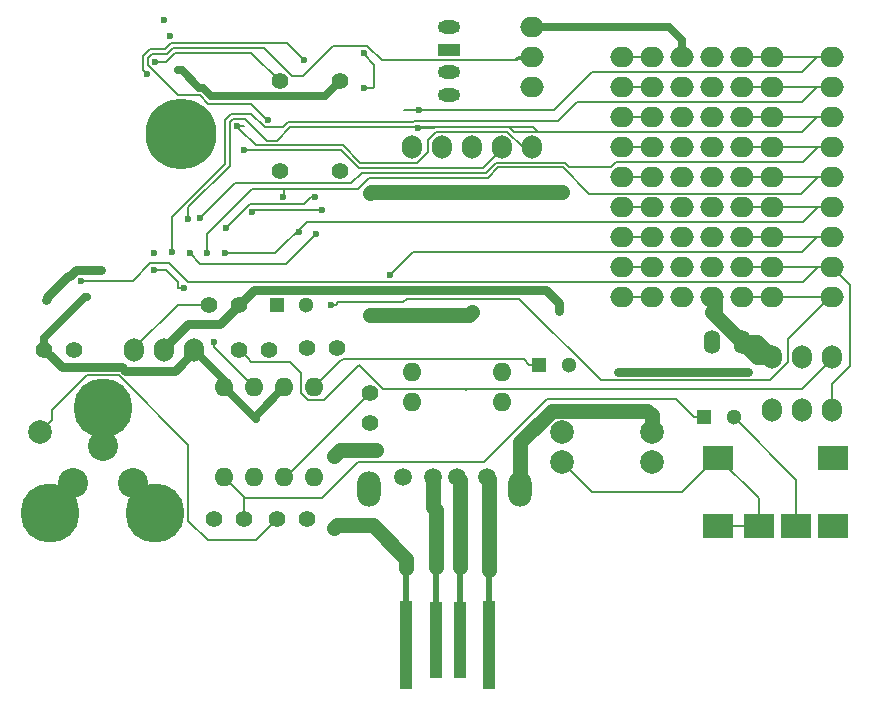
<source format=gbr>
G04 #@! TF.FileFunction,Copper,L2,Bot,Signal*
%FSLAX46Y46*%
G04 Gerber Fmt 4.6, Leading zero omitted, Abs format (unit mm)*
G04 Created by KiCad (PCBNEW 4.0.2+dfsg1-stable) date 2016年07月15日 17時34分00秒*
%MOMM*%
G01*
G04 APERTURE LIST*
%ADD10C,0.100000*%
%ADD11O,1.905000X1.117600*%
%ADD12R,1.905000X1.117600*%
%ADD13O,2.000000X1.700000*%
%ADD14O,1.700000X2.000000*%
%ADD15C,1.998980*%
%ADD16C,1.501140*%
%ADD17O,2.000000X3.000000*%
%ADD18O,1.400000X2.000000*%
%ADD19C,2.000000*%
%ADD20C,6.000000*%
%ADD21O,1.600000X1.600000*%
%ADD22R,2.500000X2.000000*%
%ADD23R,1.000000X7.410000*%
%ADD24R,1.000000X6.410000*%
%ADD25C,1.397000*%
%ADD26C,5.000000*%
%ADD27C,2.540000*%
%ADD28R,1.300000X1.300000*%
%ADD29C,1.300000*%
%ADD30C,0.600000*%
%ADD31C,0.203200*%
%ADD32C,0.762000*%
%ADD33C,0.635000*%
%ADD34C,1.270000*%
%ADD35C,0.508000*%
G04 APERTURE END LIST*
D10*
D11*
X173355000Y-95250000D03*
D12*
X173355000Y-97155000D03*
D11*
X173355000Y-99060000D03*
X173355000Y-100965000D03*
D13*
X180340000Y-95250000D03*
X180340000Y-97790000D03*
X180340000Y-100330000D03*
D14*
X151765000Y-122555000D03*
X149225000Y-122555000D03*
X146685000Y-122555000D03*
X170180000Y-105410000D03*
X175260000Y-105410000D03*
X172720000Y-105410000D03*
X177800000Y-105410000D03*
X180340000Y-105410000D03*
D15*
X138684000Y-129540000D03*
D16*
X176530860Y-133347880D03*
X173990860Y-133347880D03*
X171958860Y-133347880D03*
X169418860Y-133347880D03*
D17*
X179318000Y-134380000D03*
X166518000Y-134380000D03*
D14*
X200660000Y-127635000D03*
X203200000Y-127635000D03*
X205740000Y-127635000D03*
X200660000Y-123190000D03*
X203200000Y-123190000D03*
X205740000Y-123190000D03*
D18*
X195580000Y-121920000D03*
X198120000Y-121920000D03*
D19*
X182890160Y-132080000D03*
X190489840Y-132080000D03*
D20*
X150660000Y-104310000D03*
D21*
X161925000Y-125730000D03*
X159385000Y-125730000D03*
X156845000Y-125730000D03*
X154305000Y-125730000D03*
X154305000Y-133350000D03*
X156845000Y-133350000D03*
X159385000Y-133350000D03*
X161925000Y-133350000D03*
D22*
X196145000Y-131720000D03*
X205845000Y-131720000D03*
X199545000Y-137520000D03*
X196145000Y-137520000D03*
X205845000Y-137520000D03*
X202745000Y-137520000D03*
D23*
X176728000Y-147592000D03*
D24*
X174228000Y-147092000D03*
X172228000Y-147092000D03*
D23*
X169728000Y-147592000D03*
D25*
X153035000Y-118745000D03*
X155575000Y-118745000D03*
X153416000Y-136906000D03*
X155956000Y-136906000D03*
X158750000Y-136906000D03*
X161290000Y-136906000D03*
X166624000Y-128778000D03*
X166624000Y-126238000D03*
X161290000Y-122428000D03*
X163830000Y-122428000D03*
X155575000Y-122555000D03*
X158115000Y-122555000D03*
X139065000Y-122555000D03*
X141605000Y-122555000D03*
D21*
X177800000Y-127000000D03*
X177800000Y-124460000D03*
X170180000Y-124460000D03*
X170180000Y-127000000D03*
D19*
X182890160Y-129540000D03*
X190489840Y-129540000D03*
D26*
X139573000Y-136398000D03*
X144018000Y-127508000D03*
X148463000Y-136398000D03*
D27*
X141478000Y-133858000D03*
X144018000Y-130683000D03*
X146558000Y-133858000D03*
D25*
X164084000Y-107442000D03*
X159004000Y-107442000D03*
X164084000Y-99822000D03*
X159004000Y-99822000D03*
D28*
X194945000Y-128270000D03*
D29*
X197445000Y-128270000D03*
X183475000Y-123825000D03*
D28*
X180975000Y-123825000D03*
D13*
X205740000Y-97790000D03*
X205740000Y-107950000D03*
X205740000Y-105410000D03*
X205740000Y-100330000D03*
X205740000Y-102870000D03*
X205740000Y-113030000D03*
X205740000Y-110490000D03*
X205740000Y-115570000D03*
X205740000Y-118110000D03*
X198120000Y-97790000D03*
X198120000Y-107950000D03*
X198120000Y-105410000D03*
X198120000Y-100330000D03*
X198120000Y-102870000D03*
X198120000Y-113030000D03*
X198120000Y-110490000D03*
X198120000Y-115570000D03*
X198120000Y-118110000D03*
X193040000Y-118110000D03*
X193040000Y-107950000D03*
X193040000Y-110490000D03*
X193040000Y-115570000D03*
X193040000Y-113030000D03*
X193040000Y-102870000D03*
X193040000Y-105410000D03*
X193040000Y-100330000D03*
X193040000Y-97790000D03*
X195580000Y-118110000D03*
X195580000Y-107950000D03*
X195580000Y-110490000D03*
X195580000Y-115570000D03*
X195580000Y-113030000D03*
X195580000Y-102870000D03*
X195580000Y-105410000D03*
X195580000Y-100330000D03*
X195580000Y-97790000D03*
X200660000Y-97790000D03*
X200660000Y-107950000D03*
X200660000Y-105410000D03*
X200660000Y-100330000D03*
X200660000Y-102870000D03*
X200660000Y-113030000D03*
X200660000Y-110490000D03*
X200660000Y-115570000D03*
X200660000Y-118110000D03*
X187960000Y-118110000D03*
X187960000Y-107950000D03*
X187960000Y-110490000D03*
X187960000Y-115570000D03*
X187960000Y-113030000D03*
X187960000Y-102870000D03*
X187960000Y-105410000D03*
X187960000Y-100330000D03*
X187960000Y-97790000D03*
X190500000Y-118110000D03*
X190500000Y-107950000D03*
X190500000Y-110490000D03*
X190500000Y-115570000D03*
X190500000Y-113030000D03*
X190500000Y-102870000D03*
X190500000Y-105410000D03*
X190500000Y-100330000D03*
X190500000Y-97790000D03*
D28*
X158750000Y-118745000D03*
D29*
X161250000Y-118745000D03*
D30*
X156635409Y-110915409D03*
X139270000Y-118110000D03*
X143860000Y-115824000D03*
X182625000Y-119300000D03*
X155575000Y-118745000D03*
X162560000Y-110744000D03*
X150368000Y-98887000D03*
X170688000Y-109220000D03*
X142670000Y-118110000D03*
X166625000Y-109300000D03*
X182880000Y-109220000D03*
X157999169Y-103124000D03*
X163305689Y-118737020D03*
X147779995Y-99225523D03*
X161036000Y-98044000D03*
X148452926Y-98160926D03*
X155354398Y-103627152D03*
X187651580Y-124460000D03*
X198628000Y-124460000D03*
X163576000Y-131572000D03*
X163576000Y-137668000D03*
X167132000Y-131064000D03*
X175260000Y-119380000D03*
X166624000Y-119634000D03*
X142146380Y-116705020D03*
X149728447Y-96018855D03*
X149225000Y-94615000D03*
X161950000Y-109625000D03*
X154432000Y-112268000D03*
X161925000Y-125730000D03*
X155956000Y-105664000D03*
X151360000Y-114410000D03*
X162052000Y-112776000D03*
X170815000Y-102235000D03*
X152860000Y-114410000D03*
X159290000Y-109625000D03*
X152221647Y-111416466D03*
X149860000Y-114300000D03*
X148336000Y-115824000D03*
X150876000Y-117348000D03*
X153416000Y-121920000D03*
X170675150Y-103758702D03*
X148360000Y-114410000D03*
X151257000Y-111506000D03*
X168347610Y-116229768D03*
X166140000Y-97413781D03*
X166140000Y-100425000D03*
X154360000Y-114410000D03*
X160630000Y-112625000D03*
D31*
X156806818Y-110744000D02*
X156635409Y-110915409D01*
X162560000Y-110744000D02*
X156806818Y-110744000D01*
D32*
X139270000Y-118110000D02*
X139270000Y-118286000D01*
X139270000Y-118286000D02*
X139192000Y-118364000D01*
X141215518Y-116332000D02*
X141048000Y-116332000D01*
X141048000Y-116332000D02*
X139270000Y-118110000D01*
X143435717Y-115824019D02*
X141723499Y-115824019D01*
X143435736Y-115824000D02*
X143435717Y-115824019D01*
X143860000Y-115824000D02*
X143435736Y-115824000D01*
X141723499Y-115824019D02*
X141215518Y-116332000D01*
X181521999Y-117513999D02*
X182625000Y-118617000D01*
X182625000Y-118617000D02*
X182625000Y-119300000D01*
X155575000Y-118745000D02*
X156806001Y-117513999D01*
X156806001Y-117513999D02*
X181521999Y-117513999D01*
X151234000Y-120396000D02*
X153924000Y-120396000D01*
X153924000Y-120396000D02*
X155575000Y-118745000D01*
X149225000Y-122555000D02*
X149225000Y-122405000D01*
X149225000Y-122405000D02*
X151234000Y-120396000D01*
D33*
X193040000Y-97790000D02*
X193040000Y-96305000D01*
X193040000Y-96305000D02*
X191985000Y-95250000D01*
X191985000Y-95250000D02*
X181975000Y-95250000D01*
X181975000Y-95250000D02*
X180340000Y-95250000D01*
D34*
X195834000Y-119634000D02*
X195834000Y-118364000D01*
X195834000Y-118364000D02*
X195580000Y-118110000D01*
X198120000Y-121920000D02*
X199390000Y-121920000D01*
X199390000Y-121920000D02*
X200660000Y-123190000D01*
D32*
X151765000Y-122555000D02*
X151765000Y-122705000D01*
X150153000Y-124317000D02*
X145938727Y-124317000D01*
X151765000Y-122705000D02*
X150153000Y-124317000D01*
X145938727Y-124317000D02*
X145645515Y-124023788D01*
X145645515Y-124023788D02*
X140533788Y-124023788D01*
X139763499Y-123253499D02*
X139065000Y-122555000D01*
X140533788Y-124023788D02*
X139763499Y-123253499D01*
D33*
X150703000Y-98887000D02*
X150368000Y-98887000D01*
X152205288Y-100389288D02*
X150703000Y-98887000D01*
X152501213Y-100389288D02*
X152205288Y-100389288D01*
X162814000Y-101092000D02*
X153203924Y-101092000D01*
X153203924Y-101092000D02*
X152501213Y-100389288D01*
X164084000Y-99822000D02*
X162814000Y-101092000D01*
D34*
X166705000Y-109220000D02*
X170688000Y-109220000D01*
X170688000Y-109220000D02*
X182880000Y-109220000D01*
D33*
X139065000Y-121539000D02*
X142494000Y-118110000D01*
X142494000Y-118110000D02*
X142670000Y-118110000D01*
X139065000Y-122555000D02*
X139065000Y-121539000D01*
X154305000Y-125730000D02*
X154305000Y-125095000D01*
X154305000Y-125095000D02*
X151765000Y-122555000D01*
X156972000Y-128397000D02*
X156972000Y-128143000D01*
X156972000Y-128143000D02*
X159385000Y-125730000D01*
X154305000Y-125730000D02*
X156972000Y-128397000D01*
D34*
X190069052Y-127704999D02*
X182009359Y-127704999D01*
X179318000Y-131610000D02*
X179318000Y-134380000D01*
X190489840Y-128125787D02*
X190069052Y-127704999D01*
X190489840Y-129540000D02*
X190489840Y-128125787D01*
X182009359Y-127704999D02*
X179318000Y-130396358D01*
X179318000Y-130396358D02*
X179318000Y-131610000D01*
X200660000Y-123190000D02*
X199390000Y-123190000D01*
X199390000Y-123190000D02*
X195834000Y-119634000D01*
X195834000Y-119634000D02*
X195580000Y-119380000D01*
X166705000Y-109220000D02*
X166625000Y-109300000D01*
X176728000Y-141224000D02*
X176728000Y-133545020D01*
X176728000Y-133545020D02*
X176530860Y-133347880D01*
D35*
X176728000Y-147592000D02*
X176728000Y-141224000D01*
X176728000Y-141224000D02*
X176728000Y-141168000D01*
X176728000Y-141168000D02*
X176530000Y-140970000D01*
D31*
X149944540Y-97021680D02*
X149436540Y-97529680D01*
X166428769Y-96812180D02*
X163493970Y-96812180D01*
X150424844Y-101008399D02*
X152244769Y-101008399D01*
X152244769Y-101008399D02*
X152947481Y-101711111D01*
X147851325Y-98434880D02*
X150424844Y-101008399D01*
X157683830Y-97021680D02*
X149944540Y-97021680D01*
X148193802Y-97529680D02*
X147851325Y-97872157D01*
X160004101Y-99341951D02*
X157683830Y-97021680D01*
X163493970Y-96812180D02*
X160964199Y-99341951D01*
X167631990Y-98015401D02*
X166428769Y-96812180D01*
X178911399Y-98015401D02*
X167631990Y-98015401D01*
X157699170Y-102824001D02*
X157999169Y-103124000D01*
X147851325Y-97872157D02*
X147851325Y-98434880D01*
X160964199Y-99341951D02*
X160004101Y-99341951D01*
X152947481Y-101711111D02*
X156586280Y-101711111D01*
X156586280Y-101711111D02*
X157699170Y-102824001D01*
X149436540Y-97529680D02*
X148193802Y-97529680D01*
X178911399Y-98015401D02*
X180340000Y-97790000D01*
X179136800Y-97790000D02*
X178911399Y-98015401D01*
X180340000Y-97790000D02*
X179136800Y-97790000D01*
X169756336Y-118229020D02*
X169446747Y-118538609D01*
X202048390Y-121651610D02*
X202048390Y-123580232D01*
X205740000Y-118110000D02*
X205590000Y-118110000D01*
X163729953Y-118737020D02*
X163305689Y-118737020D01*
X179287390Y-118229020D02*
X169756336Y-118229020D01*
X186200981Y-125142611D02*
X179287390Y-118229020D01*
X202048390Y-123580232D02*
X200486011Y-125142611D01*
X200486011Y-125142611D02*
X186200981Y-125142611D01*
X205590000Y-118110000D02*
X202048390Y-121651610D01*
X169446747Y-118538609D02*
X163928364Y-118538609D01*
X163928364Y-118538609D02*
X163729953Y-118737020D01*
X147448114Y-98893642D02*
X147479996Y-98925524D01*
X149269525Y-97126469D02*
X148026786Y-97126470D01*
X147479996Y-98925524D02*
X147779995Y-99225523D01*
X161036000Y-98044000D02*
X159610470Y-96618470D01*
X147448114Y-97705142D02*
X147448114Y-98893642D01*
X148026786Y-97126470D02*
X147448114Y-97705142D01*
X159610470Y-96618470D02*
X149777524Y-96618470D01*
X149777524Y-96618470D02*
X149269525Y-97126469D01*
X200660000Y-118110000D02*
X205740000Y-118110000D01*
X198120000Y-118110000D02*
X200660000Y-118110000D01*
X148877190Y-98160926D02*
X148452926Y-98160926D01*
X156606890Y-97424890D02*
X150111556Y-97424890D01*
X149375520Y-98160926D02*
X148877190Y-98160926D01*
X150111556Y-97424890D02*
X149375520Y-98160926D01*
X159004000Y-99822000D02*
X156606890Y-97424890D01*
X165784986Y-106711610D02*
X164334165Y-105260789D01*
X156988035Y-105260789D02*
X155654397Y-103927151D01*
X174729465Y-104161913D02*
X173250535Y-104161913D01*
X173250535Y-104161913D02*
X173197012Y-104108390D01*
X155654397Y-103927151D02*
X155354398Y-103627152D01*
X170657012Y-106711610D02*
X165784986Y-106711610D01*
X177322988Y-104108390D02*
X177269465Y-104161913D01*
X171568390Y-105800232D02*
X170657012Y-106711610D01*
X164334165Y-105260789D02*
X156988035Y-105260789D01*
X172242988Y-104108390D02*
X171568390Y-104782988D01*
X171568390Y-104782988D02*
X171568390Y-105800232D01*
X173197012Y-104108390D02*
X172242988Y-104108390D01*
X178277012Y-104108390D02*
X177322988Y-104108390D01*
X174782988Y-104108390D02*
X174729465Y-104161913D01*
X177269465Y-104161913D02*
X175790535Y-104161913D01*
X179578622Y-105410000D02*
X178277012Y-104108390D01*
X180340000Y-105410000D02*
X179578622Y-105410000D01*
X175790535Y-104161913D02*
X175737012Y-104108390D01*
X175737012Y-104108390D02*
X174782988Y-104108390D01*
X155778662Y-103627152D02*
X155354398Y-103627152D01*
X155956000Y-103632000D02*
X155951152Y-103627152D01*
X155951152Y-103627152D02*
X155778662Y-103627152D01*
D34*
X166624000Y-119634000D02*
X175006000Y-119634000D01*
X175006000Y-119634000D02*
X175260000Y-119380000D01*
D32*
X198628000Y-124460000D02*
X187651580Y-124460000D01*
D34*
X164084000Y-131064000D02*
X167132000Y-131064000D01*
X163576000Y-131572000D02*
X164084000Y-131064000D01*
X163830000Y-137414000D02*
X165354000Y-137414000D01*
X163576000Y-137668000D02*
X163830000Y-137414000D01*
X169728000Y-141026000D02*
X169728000Y-140264000D01*
X166878000Y-137414000D02*
X165354000Y-137414000D01*
X169728000Y-140264000D02*
X166878000Y-137414000D01*
D35*
X169728000Y-147592000D02*
X169728000Y-141026000D01*
X169728000Y-141026000D02*
X169672000Y-140970000D01*
D31*
X139683489Y-127696141D02*
X139683489Y-128540511D01*
X142673231Y-124706399D02*
X139683489Y-127696141D01*
X151264601Y-130608231D02*
X145362769Y-124706399D01*
X145362769Y-124706399D02*
X142673231Y-124706399D01*
X151264601Y-137040601D02*
X151264601Y-130608231D01*
X156972000Y-138684000D02*
X152908000Y-138684000D01*
X139683489Y-128540511D02*
X138684000Y-129540000D01*
X152908000Y-138684000D02*
X151264601Y-137040601D01*
X158750000Y-136906000D02*
X156972000Y-138684000D01*
X196145000Y-131720000D02*
X195940000Y-131720000D01*
X195940000Y-131720000D02*
X193040000Y-134620000D01*
X185430160Y-134620000D02*
X182890160Y-132080000D01*
X193040000Y-134620000D02*
X185430160Y-134620000D01*
X196145000Y-137520000D02*
X199545000Y-137520000D01*
X199545000Y-137520000D02*
X199545000Y-135120000D01*
X199545000Y-135120000D02*
X196145000Y-131720000D01*
X142570644Y-116705020D02*
X142146380Y-116705020D01*
X146564608Y-116705020D02*
X142570644Y-116705020D01*
X148047230Y-115222398D02*
X146564608Y-116705020D01*
X149640768Y-115222398D02*
X148047230Y-115222398D01*
X181804745Y-116831388D02*
X151249758Y-116831388D01*
X181813357Y-116840000D02*
X181804745Y-116831388D01*
X203266800Y-116840000D02*
X181813357Y-116840000D01*
X205740000Y-115570000D02*
X204536800Y-115570000D01*
X204536800Y-115570000D02*
X203266800Y-116840000D01*
X151249758Y-116831388D02*
X149640768Y-115222398D01*
X205740000Y-127635000D02*
X205740000Y-125476000D01*
X207264000Y-117094000D02*
X205740000Y-115570000D01*
X207264000Y-123952000D02*
X207264000Y-117094000D01*
X205740000Y-125476000D02*
X207264000Y-123952000D01*
X205740000Y-115570000D02*
X200660000Y-115570000D01*
X198120000Y-115570000D02*
X200660000Y-115570000D01*
D34*
X172228000Y-140986000D02*
X172228000Y-136160000D01*
X171958860Y-135890860D02*
X171958860Y-133347880D01*
X172228000Y-136160000D02*
X171958860Y-135890860D01*
D35*
X172228000Y-147092000D02*
X172228000Y-140986000D01*
X172228000Y-140986000D02*
X172212000Y-140970000D01*
D34*
X174228000Y-140986000D02*
X174228000Y-133585020D01*
X174228000Y-133585020D02*
X173990860Y-133347880D01*
D35*
X174228000Y-147092000D02*
X174228000Y-140986000D01*
X174228000Y-140986000D02*
X174244000Y-140970000D01*
D31*
X156575101Y-123555101D02*
X156273499Y-123253499D01*
X162728971Y-126831601D02*
X161396231Y-126831601D01*
X160823399Y-124512431D02*
X159866069Y-123555101D01*
X160823399Y-126258769D02*
X160823399Y-124512431D01*
X161396231Y-126831601D02*
X160823399Y-126258769D01*
X165713361Y-123847211D02*
X162728971Y-126831601D01*
X176276000Y-125898399D02*
X167764549Y-125898399D01*
X167764549Y-125898399D02*
X165713361Y-123847211D01*
X156273499Y-123253499D02*
X155575000Y-122555000D01*
X159866069Y-123555101D02*
X156575101Y-123555101D01*
X176276000Y-125898399D02*
X174837601Y-125898399D01*
X203181601Y-125898399D02*
X176276000Y-125898399D01*
X174837601Y-125898399D02*
X174752000Y-125984000D01*
X174752000Y-125812798D02*
X174752000Y-125984000D01*
X205740000Y-123190000D02*
X205740000Y-123340000D01*
X205740000Y-123340000D02*
X203181601Y-125898399D01*
X161036000Y-110236000D02*
X161647000Y-109625000D01*
X161647000Y-109625000D02*
X161950000Y-109625000D01*
X156464000Y-110236000D02*
X161036000Y-110236000D01*
X154432000Y-112268000D02*
X156464000Y-110236000D01*
X152047172Y-118745000D02*
X153035000Y-118745000D01*
X150345000Y-118745000D02*
X152047172Y-118745000D01*
X146685000Y-122405000D02*
X150345000Y-118745000D01*
X146685000Y-122555000D02*
X146685000Y-122405000D01*
X162560000Y-135128000D02*
X155956000Y-135128000D01*
X165608000Y-132080000D02*
X162560000Y-135128000D01*
X176309791Y-132080000D02*
X165608000Y-132080000D01*
X181621403Y-126768388D02*
X176309791Y-132080000D01*
X192590188Y-126768388D02*
X181621403Y-126768388D01*
X194091800Y-128270000D02*
X192590188Y-126768388D01*
X194945000Y-128270000D02*
X194091800Y-128270000D01*
X154305000Y-133350000D02*
X155956000Y-135001000D01*
X155956000Y-135001000D02*
X155956000Y-135128000D01*
X155956000Y-135128000D02*
X155956000Y-136906000D01*
X197445000Y-128270000D02*
X202745000Y-133570000D01*
X202745000Y-133570000D02*
X202745000Y-137520000D01*
X164294150Y-123444000D02*
X164211000Y-123444000D01*
X164211000Y-123444000D02*
X161925000Y-125730000D01*
X179655199Y-123358399D02*
X164379751Y-123358399D01*
X180975000Y-123825000D02*
X180121800Y-123825000D01*
X180121800Y-123825000D02*
X179655199Y-123358399D01*
X164379751Y-123358399D02*
X164294150Y-123444000D01*
X166624000Y-126238000D02*
X159512000Y-133350000D01*
X159512000Y-133350000D02*
X159385000Y-133350000D01*
X164167150Y-105664000D02*
X155956000Y-105664000D01*
X176172000Y-107188000D02*
X165691150Y-107188000D01*
X165691150Y-107188000D02*
X164167150Y-105664000D01*
X177800000Y-105560000D02*
X176172000Y-107188000D01*
X177800000Y-105410000D02*
X177800000Y-105560000D01*
X161036000Y-113792000D02*
X162052000Y-112776000D01*
X159512000Y-115316000D02*
X161036000Y-113792000D01*
X152266000Y-115316000D02*
X159512000Y-115316000D01*
X152266000Y-115316000D02*
X151360000Y-114410000D01*
X200025000Y-99060000D02*
X185420000Y-99060000D01*
X204470000Y-97790000D02*
X203200000Y-99060000D01*
X203200000Y-99060000D02*
X200025000Y-99060000D01*
X205740000Y-97790000D02*
X204470000Y-97790000D01*
X169545000Y-102235000D02*
X170815000Y-102235000D01*
X182245000Y-102235000D02*
X169545000Y-102235000D01*
X185420000Y-99060000D02*
X182245000Y-102235000D01*
X200660000Y-97790000D02*
X205740000Y-97790000D01*
X198120000Y-97790000D02*
X200660000Y-97790000D01*
X152860000Y-112761774D02*
X152860000Y-113356800D01*
X152860000Y-113356800D02*
X152860000Y-114410000D01*
X156655774Y-108966000D02*
X152860000Y-112761774D01*
X159385000Y-108966000D02*
X156655774Y-108966000D01*
X165626376Y-108966000D02*
X159385000Y-108966000D01*
X166597955Y-107994421D02*
X165626376Y-108966000D01*
X177489622Y-107114830D02*
X176610031Y-107994421D01*
X182951050Y-107114830D02*
X177489622Y-107114830D01*
X203148410Y-109338390D02*
X185174610Y-109338390D01*
X176610031Y-107994421D02*
X166597955Y-107994421D01*
X204536800Y-107950000D02*
X203148410Y-109338390D01*
X185174610Y-109338390D02*
X182951050Y-107114830D01*
X205740000Y-107950000D02*
X204536800Y-107950000D01*
X159385000Y-108966000D02*
X159385000Y-109530000D01*
X159385000Y-109530000D02*
X159290000Y-109625000D01*
X200660000Y-107950000D02*
X198120000Y-107950000D01*
X205740000Y-107950000D02*
X200660000Y-107950000D01*
X155196012Y-108442101D02*
X152521646Y-111116467D01*
X187070378Y-107061000D02*
X183467446Y-107061000D01*
X183118065Y-106711619D02*
X177322607Y-106711619D01*
X203266800Y-106680000D02*
X187451378Y-106680000D01*
X177322607Y-106711619D02*
X176443016Y-107591210D01*
X165072049Y-108442101D02*
X155196012Y-108442101D01*
X204536800Y-105410000D02*
X203266800Y-106680000D01*
X152521646Y-111116467D02*
X152221647Y-111416466D01*
X187451378Y-106680000D02*
X187070378Y-107061000D01*
X176443016Y-107591210D02*
X165922940Y-107591210D01*
X165922940Y-107591210D02*
X165072049Y-108442101D01*
X205740000Y-105410000D02*
X204536800Y-105410000D01*
X183467446Y-107061000D02*
X183118065Y-106711619D01*
X200660000Y-105410000D02*
X205740000Y-105410000D01*
X198120000Y-105410000D02*
X200660000Y-105410000D01*
X154349567Y-103119860D02*
X154349567Y-106825837D01*
X159717578Y-103301970D02*
X159293946Y-103725602D01*
X159293946Y-103725602D02*
X157710399Y-103725602D01*
X156607118Y-102622321D02*
X154847105Y-102622322D01*
X184150000Y-101600000D02*
X182592899Y-103157101D01*
X203200000Y-101600000D02*
X184150000Y-101600000D01*
X205740000Y-100330000D02*
X204470000Y-100330000D01*
X149860000Y-113875736D02*
X149860000Y-114300000D01*
X149860000Y-111315404D02*
X149860000Y-113875736D01*
X154847105Y-102622322D02*
X154349567Y-103119860D01*
X154349567Y-106825837D02*
X149860000Y-111315404D01*
X157710399Y-103725602D02*
X156607118Y-102622321D01*
X182592899Y-103157101D02*
X170386381Y-103157101D01*
X170386381Y-103157101D02*
X170241513Y-103301969D01*
X204470000Y-100330000D02*
X203200000Y-101600000D01*
X170241513Y-103301969D02*
X159717578Y-103301970D01*
X200660000Y-100330000D02*
X205740000Y-100330000D01*
X198120000Y-100330000D02*
X200660000Y-100330000D01*
X180848622Y-104140000D02*
X180413795Y-103705174D01*
X172022450Y-103758702D02*
X171099414Y-103758702D01*
X171099414Y-103758702D02*
X170675150Y-103758702D01*
X186436000Y-104140000D02*
X180848622Y-104140000D01*
X172075972Y-103705180D02*
X172022450Y-103758702D01*
X186436000Y-104140000D02*
X185959610Y-104140000D01*
X203200000Y-104140000D02*
X186436000Y-104140000D01*
X180413795Y-103705174D02*
X172075972Y-103705180D01*
X205740000Y-102870000D02*
X204470000Y-102870000D01*
X204470000Y-102870000D02*
X203200000Y-104140000D01*
X185959610Y-104140000D02*
X185928000Y-104108390D01*
X185928000Y-104108390D02*
X178847238Y-104108390D01*
X178847238Y-104108390D02*
X178444027Y-103705179D01*
X178444027Y-103705179D02*
X159884594Y-103705180D01*
X159884594Y-103705180D02*
X158732196Y-104857578D01*
X158732196Y-104857578D02*
X157925774Y-104857578D01*
X157925774Y-104857578D02*
X156093728Y-103025532D01*
X156093728Y-103025532D02*
X155014121Y-103025532D01*
X155014121Y-103025532D02*
X154752778Y-103286875D01*
X154752778Y-103286875D02*
X154752778Y-106992852D01*
X154752778Y-106992852D02*
X151257000Y-110488630D01*
X151257000Y-110488630D02*
X151257000Y-111081736D01*
X151257000Y-111081736D02*
X151257000Y-111506000D01*
X149374000Y-115824000D02*
X148336000Y-115824000D01*
X150368000Y-116818000D02*
X149374000Y-115824000D01*
X150368000Y-117348000D02*
X150368000Y-116818000D01*
X150876000Y-117348000D02*
X150368000Y-117348000D01*
X153416000Y-122301000D02*
X153416000Y-121920000D01*
X156845000Y-125730000D02*
X153416000Y-122301000D01*
X200660000Y-102870000D02*
X205740000Y-102870000D01*
X198120000Y-102870000D02*
X200660000Y-102870000D01*
X203241915Y-114258085D02*
X170319293Y-114258085D01*
X168647609Y-115929769D02*
X168347610Y-116229768D01*
X170319293Y-114258085D02*
X168647609Y-115929769D01*
X204470000Y-113030000D02*
X203241915Y-114258085D01*
X167005000Y-100330000D02*
X167005000Y-98425000D01*
X167005000Y-98425000D02*
X166140000Y-97560000D01*
X166140000Y-100425000D02*
X166910000Y-100425000D01*
X166140000Y-97560000D02*
X166140000Y-97413781D01*
X166910000Y-100425000D02*
X167005000Y-100330000D01*
X205590000Y-113030000D02*
X204470000Y-113030000D01*
X205740000Y-113030000D02*
X205590000Y-113030000D01*
X205740000Y-113030000D02*
X204470000Y-113030000D01*
X204470000Y-113030000D02*
X200660000Y-113030000D01*
X200660000Y-113030000D02*
X198120000Y-113030000D01*
X158640000Y-114410000D02*
X155013200Y-114410000D01*
X161290000Y-111760000D02*
X158640000Y-114410000D01*
X155013200Y-114410000D02*
X154360000Y-114410000D01*
X161290000Y-111760000D02*
X160630000Y-112420000D01*
X160630000Y-112420000D02*
X160630000Y-112625000D01*
X203266800Y-111760000D02*
X161290000Y-111760000D01*
X205740000Y-110490000D02*
X204536800Y-110490000D01*
X204536800Y-110490000D02*
X203266800Y-111760000D01*
X205740000Y-110490000D02*
X204597000Y-110490000D01*
X204597000Y-110490000D02*
X200660000Y-110490000D01*
X198120000Y-110490000D02*
X200660000Y-110490000D01*
X187960000Y-118110000D02*
X190500000Y-118110000D01*
X187960000Y-107950000D02*
X190500000Y-107950000D01*
X187960000Y-110490000D02*
X190500000Y-110490000D01*
X187960000Y-115570000D02*
X190500000Y-115570000D01*
X187960000Y-113030000D02*
X190500000Y-113030000D01*
X187960000Y-102870000D02*
X190500000Y-102870000D01*
X187960000Y-105410000D02*
X190500000Y-105410000D01*
X187960000Y-100330000D02*
X190500000Y-100330000D01*
X187960000Y-97790000D02*
X190500000Y-97790000D01*
M02*

</source>
